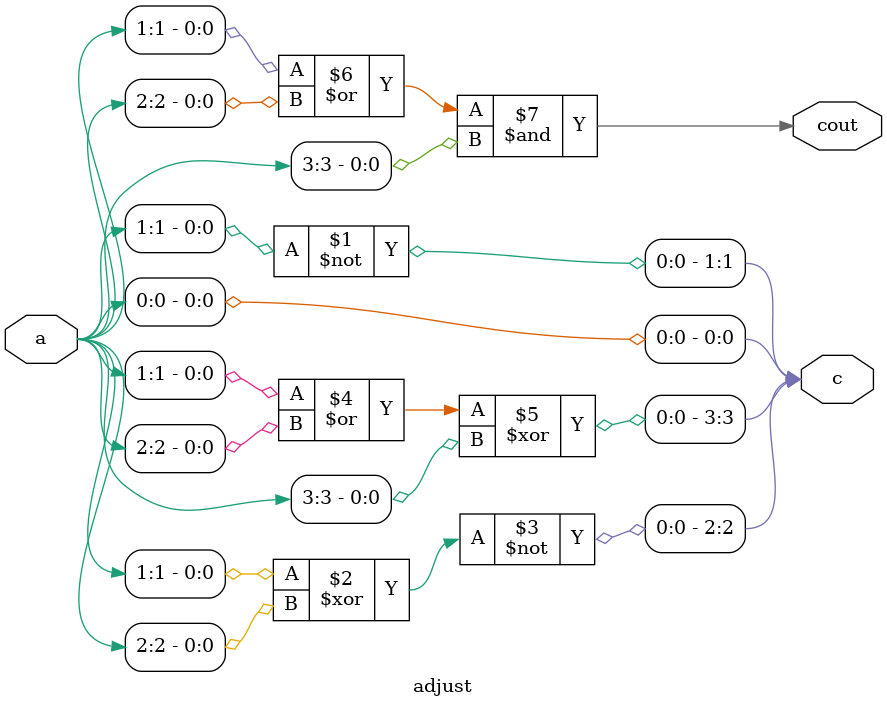
<source format=v>
module adjust(a,c,cout);

input [3:0] a;
output [3:0] c;
output cout;

assign c[0]=a[0],
       c[1]=~a[1],
		 c[2]=~(a[1]^a[2]),
		 c[3]=(a[1]|a[2])^a[3],
		 cout=(a[1]|a[2])&a[3];

endmodule
</source>
